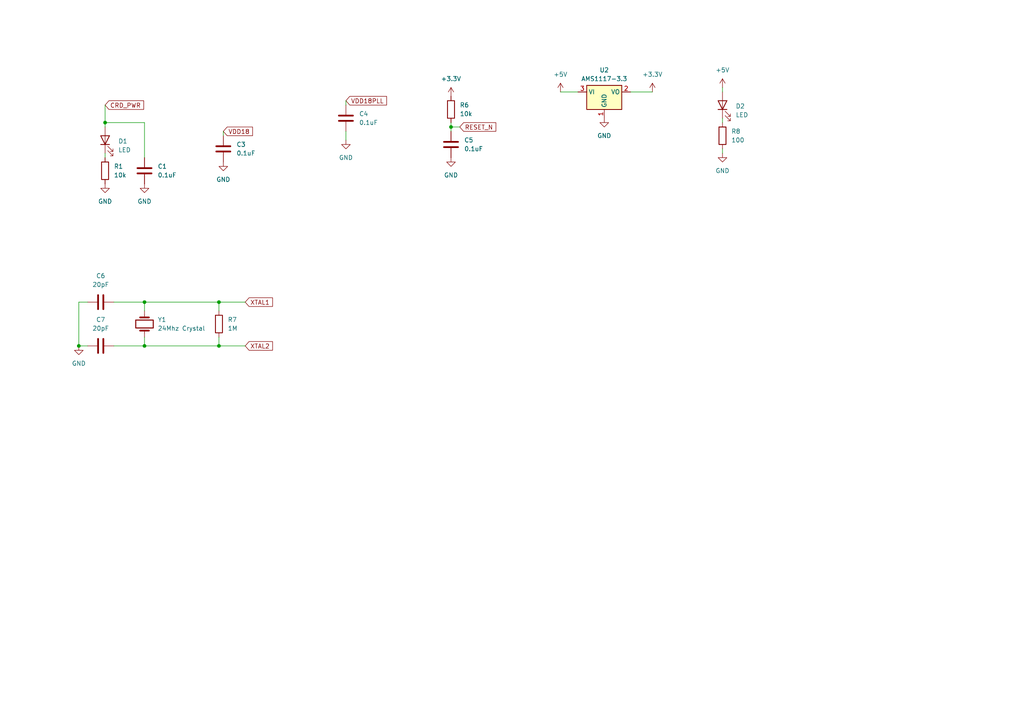
<source format=kicad_sch>
(kicad_sch (version 20230121) (generator eeschema)

  (uuid 986c1165-7d62-41df-98e3-accb3c4e4c5e)

  (paper "A4")

  (lib_symbols
    (symbol "Device:C" (pin_numbers hide) (pin_names (offset 0.254)) (in_bom yes) (on_board yes)
      (property "Reference" "C" (at 0.635 2.54 0)
        (effects (font (size 1.27 1.27)) (justify left))
      )
      (property "Value" "C" (at 0.635 -2.54 0)
        (effects (font (size 1.27 1.27)) (justify left))
      )
      (property "Footprint" "" (at 0.9652 -3.81 0)
        (effects (font (size 1.27 1.27)) hide)
      )
      (property "Datasheet" "~" (at 0 0 0)
        (effects (font (size 1.27 1.27)) hide)
      )
      (property "ki_keywords" "cap capacitor" (at 0 0 0)
        (effects (font (size 1.27 1.27)) hide)
      )
      (property "ki_description" "Unpolarized capacitor" (at 0 0 0)
        (effects (font (size 1.27 1.27)) hide)
      )
      (property "ki_fp_filters" "C_*" (at 0 0 0)
        (effects (font (size 1.27 1.27)) hide)
      )
      (symbol "C_0_1"
        (polyline
          (pts
            (xy -2.032 -0.762)
            (xy 2.032 -0.762)
          )
          (stroke (width 0.508) (type default))
          (fill (type none))
        )
        (polyline
          (pts
            (xy -2.032 0.762)
            (xy 2.032 0.762)
          )
          (stroke (width 0.508) (type default))
          (fill (type none))
        )
      )
      (symbol "C_1_1"
        (pin passive line (at 0 3.81 270) (length 2.794)
          (name "~" (effects (font (size 1.27 1.27))))
          (number "1" (effects (font (size 1.27 1.27))))
        )
        (pin passive line (at 0 -3.81 90) (length 2.794)
          (name "~" (effects (font (size 1.27 1.27))))
          (number "2" (effects (font (size 1.27 1.27))))
        )
      )
    )
    (symbol "Device:Crystal" (pin_numbers hide) (pin_names (offset 1.016) hide) (in_bom yes) (on_board yes)
      (property "Reference" "Y" (at 0 3.81 0)
        (effects (font (size 1.27 1.27)))
      )
      (property "Value" "Crystal" (at 0 -3.81 0)
        (effects (font (size 1.27 1.27)))
      )
      (property "Footprint" "" (at 0 0 0)
        (effects (font (size 1.27 1.27)) hide)
      )
      (property "Datasheet" "~" (at 0 0 0)
        (effects (font (size 1.27 1.27)) hide)
      )
      (property "ki_keywords" "quartz ceramic resonator oscillator" (at 0 0 0)
        (effects (font (size 1.27 1.27)) hide)
      )
      (property "ki_description" "Two pin crystal" (at 0 0 0)
        (effects (font (size 1.27 1.27)) hide)
      )
      (property "ki_fp_filters" "Crystal*" (at 0 0 0)
        (effects (font (size 1.27 1.27)) hide)
      )
      (symbol "Crystal_0_1"
        (rectangle (start -1.143 2.54) (end 1.143 -2.54)
          (stroke (width 0.3048) (type default))
          (fill (type none))
        )
        (polyline
          (pts
            (xy -2.54 0)
            (xy -1.905 0)
          )
          (stroke (width 0) (type default))
          (fill (type none))
        )
        (polyline
          (pts
            (xy -1.905 -1.27)
            (xy -1.905 1.27)
          )
          (stroke (width 0.508) (type default))
          (fill (type none))
        )
        (polyline
          (pts
            (xy 1.905 -1.27)
            (xy 1.905 1.27)
          )
          (stroke (width 0.508) (type default))
          (fill (type none))
        )
        (polyline
          (pts
            (xy 2.54 0)
            (xy 1.905 0)
          )
          (stroke (width 0) (type default))
          (fill (type none))
        )
      )
      (symbol "Crystal_1_1"
        (pin passive line (at -3.81 0 0) (length 1.27)
          (name "1" (effects (font (size 1.27 1.27))))
          (number "1" (effects (font (size 1.27 1.27))))
        )
        (pin passive line (at 3.81 0 180) (length 1.27)
          (name "2" (effects (font (size 1.27 1.27))))
          (number "2" (effects (font (size 1.27 1.27))))
        )
      )
    )
    (symbol "Device:LED" (pin_numbers hide) (pin_names (offset 1.016) hide) (in_bom yes) (on_board yes)
      (property "Reference" "D" (at 0 2.54 0)
        (effects (font (size 1.27 1.27)))
      )
      (property "Value" "LED" (at 0 -2.54 0)
        (effects (font (size 1.27 1.27)))
      )
      (property "Footprint" "" (at 0 0 0)
        (effects (font (size 1.27 1.27)) hide)
      )
      (property "Datasheet" "~" (at 0 0 0)
        (effects (font (size 1.27 1.27)) hide)
      )
      (property "ki_keywords" "LED diode" (at 0 0 0)
        (effects (font (size 1.27 1.27)) hide)
      )
      (property "ki_description" "Light emitting diode" (at 0 0 0)
        (effects (font (size 1.27 1.27)) hide)
      )
      (property "ki_fp_filters" "LED* LED_SMD:* LED_THT:*" (at 0 0 0)
        (effects (font (size 1.27 1.27)) hide)
      )
      (symbol "LED_0_1"
        (polyline
          (pts
            (xy -1.27 -1.27)
            (xy -1.27 1.27)
          )
          (stroke (width 0.254) (type default))
          (fill (type none))
        )
        (polyline
          (pts
            (xy -1.27 0)
            (xy 1.27 0)
          )
          (stroke (width 0) (type default))
          (fill (type none))
        )
        (polyline
          (pts
            (xy 1.27 -1.27)
            (xy 1.27 1.27)
            (xy -1.27 0)
            (xy 1.27 -1.27)
          )
          (stroke (width 0.254) (type default))
          (fill (type none))
        )
        (polyline
          (pts
            (xy -3.048 -0.762)
            (xy -4.572 -2.286)
            (xy -3.81 -2.286)
            (xy -4.572 -2.286)
            (xy -4.572 -1.524)
          )
          (stroke (width 0) (type default))
          (fill (type none))
        )
        (polyline
          (pts
            (xy -1.778 -0.762)
            (xy -3.302 -2.286)
            (xy -2.54 -2.286)
            (xy -3.302 -2.286)
            (xy -3.302 -1.524)
          )
          (stroke (width 0) (type default))
          (fill (type none))
        )
      )
      (symbol "LED_1_1"
        (pin passive line (at -3.81 0 0) (length 2.54)
          (name "K" (effects (font (size 1.27 1.27))))
          (number "1" (effects (font (size 1.27 1.27))))
        )
        (pin passive line (at 3.81 0 180) (length 2.54)
          (name "A" (effects (font (size 1.27 1.27))))
          (number "2" (effects (font (size 1.27 1.27))))
        )
      )
    )
    (symbol "Device:R" (pin_numbers hide) (pin_names (offset 0)) (in_bom yes) (on_board yes)
      (property "Reference" "R" (at 2.032 0 90)
        (effects (font (size 1.27 1.27)))
      )
      (property "Value" "R" (at 0 0 90)
        (effects (font (size 1.27 1.27)))
      )
      (property "Footprint" "" (at -1.778 0 90)
        (effects (font (size 1.27 1.27)) hide)
      )
      (property "Datasheet" "~" (at 0 0 0)
        (effects (font (size 1.27 1.27)) hide)
      )
      (property "ki_keywords" "R res resistor" (at 0 0 0)
        (effects (font (size 1.27 1.27)) hide)
      )
      (property "ki_description" "Resistor" (at 0 0 0)
        (effects (font (size 1.27 1.27)) hide)
      )
      (property "ki_fp_filters" "R_*" (at 0 0 0)
        (effects (font (size 1.27 1.27)) hide)
      )
      (symbol "R_0_1"
        (rectangle (start -1.016 -2.54) (end 1.016 2.54)
          (stroke (width 0.254) (type default))
          (fill (type none))
        )
      )
      (symbol "R_1_1"
        (pin passive line (at 0 3.81 270) (length 1.27)
          (name "~" (effects (font (size 1.27 1.27))))
          (number "1" (effects (font (size 1.27 1.27))))
        )
        (pin passive line (at 0 -3.81 90) (length 1.27)
          (name "~" (effects (font (size 1.27 1.27))))
          (number "2" (effects (font (size 1.27 1.27))))
        )
      )
    )
    (symbol "Regulator_Linear:AMS1117-3.3" (in_bom yes) (on_board yes)
      (property "Reference" "U" (at -3.81 3.175 0)
        (effects (font (size 1.27 1.27)))
      )
      (property "Value" "AMS1117-3.3" (at 0 3.175 0)
        (effects (font (size 1.27 1.27)) (justify left))
      )
      (property "Footprint" "Package_TO_SOT_SMD:SOT-223-3_TabPin2" (at 0 5.08 0)
        (effects (font (size 1.27 1.27)) hide)
      )
      (property "Datasheet" "http://www.advanced-monolithic.com/pdf/ds1117.pdf" (at 2.54 -6.35 0)
        (effects (font (size 1.27 1.27)) hide)
      )
      (property "ki_keywords" "linear regulator ldo fixed positive" (at 0 0 0)
        (effects (font (size 1.27 1.27)) hide)
      )
      (property "ki_description" "1A Low Dropout regulator, positive, 3.3V fixed output, SOT-223" (at 0 0 0)
        (effects (font (size 1.27 1.27)) hide)
      )
      (property "ki_fp_filters" "SOT?223*TabPin2*" (at 0 0 0)
        (effects (font (size 1.27 1.27)) hide)
      )
      (symbol "AMS1117-3.3_0_1"
        (rectangle (start -5.08 -5.08) (end 5.08 1.905)
          (stroke (width 0.254) (type default))
          (fill (type background))
        )
      )
      (symbol "AMS1117-3.3_1_1"
        (pin power_in line (at 0 -7.62 90) (length 2.54)
          (name "GND" (effects (font (size 1.27 1.27))))
          (number "1" (effects (font (size 1.27 1.27))))
        )
        (pin power_out line (at 7.62 0 180) (length 2.54)
          (name "VO" (effects (font (size 1.27 1.27))))
          (number "2" (effects (font (size 1.27 1.27))))
        )
        (pin power_in line (at -7.62 0 0) (length 2.54)
          (name "VI" (effects (font (size 1.27 1.27))))
          (number "3" (effects (font (size 1.27 1.27))))
        )
      )
    )
    (symbol "power:+3.3V" (power) (pin_names (offset 0)) (in_bom yes) (on_board yes)
      (property "Reference" "#PWR" (at 0 -3.81 0)
        (effects (font (size 1.27 1.27)) hide)
      )
      (property "Value" "+3.3V" (at 0 3.556 0)
        (effects (font (size 1.27 1.27)))
      )
      (property "Footprint" "" (at 0 0 0)
        (effects (font (size 1.27 1.27)) hide)
      )
      (property "Datasheet" "" (at 0 0 0)
        (effects (font (size 1.27 1.27)) hide)
      )
      (property "ki_keywords" "global power" (at 0 0 0)
        (effects (font (size 1.27 1.27)) hide)
      )
      (property "ki_description" "Power symbol creates a global label with name \"+3.3V\"" (at 0 0 0)
        (effects (font (size 1.27 1.27)) hide)
      )
      (symbol "+3.3V_0_1"
        (polyline
          (pts
            (xy -0.762 1.27)
            (xy 0 2.54)
          )
          (stroke (width 0) (type default))
          (fill (type none))
        )
        (polyline
          (pts
            (xy 0 0)
            (xy 0 2.54)
          )
          (stroke (width 0) (type default))
          (fill (type none))
        )
        (polyline
          (pts
            (xy 0 2.54)
            (xy 0.762 1.27)
          )
          (stroke (width 0) (type default))
          (fill (type none))
        )
      )
      (symbol "+3.3V_1_1"
        (pin power_in line (at 0 0 90) (length 0) hide
          (name "+3.3V" (effects (font (size 1.27 1.27))))
          (number "1" (effects (font (size 1.27 1.27))))
        )
      )
    )
    (symbol "power:+5V" (power) (pin_names (offset 0)) (in_bom yes) (on_board yes)
      (property "Reference" "#PWR" (at 0 -3.81 0)
        (effects (font (size 1.27 1.27)) hide)
      )
      (property "Value" "+5V" (at 0 3.556 0)
        (effects (font (size 1.27 1.27)))
      )
      (property "Footprint" "" (at 0 0 0)
        (effects (font (size 1.27 1.27)) hide)
      )
      (property "Datasheet" "" (at 0 0 0)
        (effects (font (size 1.27 1.27)) hide)
      )
      (property "ki_keywords" "global power" (at 0 0 0)
        (effects (font (size 1.27 1.27)) hide)
      )
      (property "ki_description" "Power symbol creates a global label with name \"+5V\"" (at 0 0 0)
        (effects (font (size 1.27 1.27)) hide)
      )
      (symbol "+5V_0_1"
        (polyline
          (pts
            (xy -0.762 1.27)
            (xy 0 2.54)
          )
          (stroke (width 0) (type default))
          (fill (type none))
        )
        (polyline
          (pts
            (xy 0 0)
            (xy 0 2.54)
          )
          (stroke (width 0) (type default))
          (fill (type none))
        )
        (polyline
          (pts
            (xy 0 2.54)
            (xy 0.762 1.27)
          )
          (stroke (width 0) (type default))
          (fill (type none))
        )
      )
      (symbol "+5V_1_1"
        (pin power_in line (at 0 0 90) (length 0) hide
          (name "+5V" (effects (font (size 1.27 1.27))))
          (number "1" (effects (font (size 1.27 1.27))))
        )
      )
    )
    (symbol "power:GND" (power) (pin_names (offset 0)) (in_bom yes) (on_board yes)
      (property "Reference" "#PWR" (at 0 -6.35 0)
        (effects (font (size 1.27 1.27)) hide)
      )
      (property "Value" "GND" (at 0 -3.81 0)
        (effects (font (size 1.27 1.27)))
      )
      (property "Footprint" "" (at 0 0 0)
        (effects (font (size 1.27 1.27)) hide)
      )
      (property "Datasheet" "" (at 0 0 0)
        (effects (font (size 1.27 1.27)) hide)
      )
      (property "ki_keywords" "global power" (at 0 0 0)
        (effects (font (size 1.27 1.27)) hide)
      )
      (property "ki_description" "Power symbol creates a global label with name \"GND\" , ground" (at 0 0 0)
        (effects (font (size 1.27 1.27)) hide)
      )
      (symbol "GND_0_1"
        (polyline
          (pts
            (xy 0 0)
            (xy 0 -1.27)
            (xy 1.27 -1.27)
            (xy 0 -2.54)
            (xy -1.27 -1.27)
            (xy 0 -1.27)
          )
          (stroke (width 0) (type default))
          (fill (type none))
        )
      )
      (symbol "GND_1_1"
        (pin power_in line (at 0 0 270) (length 0) hide
          (name "GND" (effects (font (size 1.27 1.27))))
          (number "1" (effects (font (size 1.27 1.27))))
        )
      )
    )
  )

  (junction (at 22.86 100.33) (diameter 0) (color 0 0 0 0)
    (uuid 09adb388-7e4e-421a-aebc-159917f0e8f6)
  )
  (junction (at 41.91 87.63) (diameter 0) (color 0 0 0 0)
    (uuid 46744346-9cc7-46c8-891d-bb148e197c2e)
  )
  (junction (at 130.81 36.83) (diameter 0) (color 0 0 0 0)
    (uuid 83243b32-6ed5-490c-a1c9-b04f2a998afb)
  )
  (junction (at 41.91 100.33) (diameter 0) (color 0 0 0 0)
    (uuid 8341ba84-cd7c-4aa1-be50-f01fa7ac56ee)
  )
  (junction (at 63.5 100.33) (diameter 0) (color 0 0 0 0)
    (uuid afb79079-a783-4a47-9c81-959621807938)
  )
  (junction (at 30.48 35.56) (diameter 0) (color 0 0 0 0)
    (uuid d4a077a2-173c-4e2e-a34f-3d1f1b2f5b7d)
  )
  (junction (at 63.5 87.63) (diameter 0) (color 0 0 0 0)
    (uuid e66046b8-0b76-4d66-b5c1-341084be0bad)
  )

  (wire (pts (xy 130.81 38.1) (xy 130.81 36.83))
    (stroke (width 0) (type default))
    (uuid 2720e3b5-b4bd-4e5c-bc71-41da40efd161)
  )
  (wire (pts (xy 63.5 87.63) (xy 71.12 87.63))
    (stroke (width 0) (type default))
    (uuid 2b4241a6-b39a-4e72-89de-50bffbaa3756)
  )
  (wire (pts (xy 100.33 29.21) (xy 100.33 30.48))
    (stroke (width 0) (type default))
    (uuid 3af1b98e-50d0-48a2-bc80-1a343c4b3ee3)
  )
  (wire (pts (xy 41.91 100.33) (xy 41.91 97.79))
    (stroke (width 0) (type default))
    (uuid 406dc0af-07a4-41e7-985a-a4098bfd322d)
  )
  (wire (pts (xy 63.5 100.33) (xy 63.5 97.79))
    (stroke (width 0) (type default))
    (uuid 45fa554c-247c-437b-8109-67d57621d506)
  )
  (wire (pts (xy 30.48 36.83) (xy 30.48 35.56))
    (stroke (width 0) (type default))
    (uuid 4cef8917-2a54-4b9c-95e7-fda1b71b3f54)
  )
  (wire (pts (xy 209.55 34.29) (xy 209.55 35.56))
    (stroke (width 0) (type default))
    (uuid 640de33d-d4bb-42ca-b18f-81d26fc7242c)
  )
  (wire (pts (xy 30.48 35.56) (xy 41.91 35.56))
    (stroke (width 0) (type default))
    (uuid 6e1416e8-bf48-4293-8b42-ccf2a79b8b4d)
  )
  (wire (pts (xy 63.5 90.17) (xy 63.5 87.63))
    (stroke (width 0) (type default))
    (uuid 754ed589-d1e1-468f-b984-24c67bfec120)
  )
  (wire (pts (xy 41.91 87.63) (xy 41.91 90.17))
    (stroke (width 0) (type default))
    (uuid 832a59a0-4848-4cc1-9d49-1adc3e08af58)
  )
  (wire (pts (xy 30.48 35.56) (xy 30.48 30.48))
    (stroke (width 0) (type default))
    (uuid 8d51d537-5ef9-48fd-b73b-370f48e0dcb3)
  )
  (wire (pts (xy 41.91 100.33) (xy 63.5 100.33))
    (stroke (width 0) (type default))
    (uuid 8eabeb69-8a48-4f1c-ab68-b4219d3b85ee)
  )
  (wire (pts (xy 209.55 25.4) (xy 209.55 26.67))
    (stroke (width 0) (type default))
    (uuid a025d214-a95a-4891-855d-34679d948979)
  )
  (wire (pts (xy 130.81 36.83) (xy 133.35 36.83))
    (stroke (width 0) (type default))
    (uuid a1dc4bcd-daf5-4498-920a-b7b78fbdea46)
  )
  (wire (pts (xy 64.77 38.1) (xy 64.77 39.37))
    (stroke (width 0) (type default))
    (uuid a452cf7f-72bf-41c9-8616-0210e8981929)
  )
  (wire (pts (xy 209.55 43.18) (xy 209.55 44.45))
    (stroke (width 0) (type default))
    (uuid a4bafdeb-e343-4286-83fa-03e0356a2a96)
  )
  (wire (pts (xy 22.86 87.63) (xy 22.86 100.33))
    (stroke (width 0) (type default))
    (uuid af2139a0-9c59-4469-81b9-9a7879b8ea54)
  )
  (wire (pts (xy 100.33 40.64) (xy 100.33 38.1))
    (stroke (width 0) (type default))
    (uuid b5000f2f-18db-433b-95f7-987ac1bc498f)
  )
  (wire (pts (xy 30.48 45.72) (xy 30.48 44.45))
    (stroke (width 0) (type default))
    (uuid c019d3f4-540f-4fab-b354-0c0463f698b0)
  )
  (wire (pts (xy 33.02 87.63) (xy 41.91 87.63))
    (stroke (width 0) (type default))
    (uuid d15caa79-7554-4b5d-9d56-251fb352d957)
  )
  (wire (pts (xy 25.4 87.63) (xy 22.86 87.63))
    (stroke (width 0) (type default))
    (uuid d3c3ffcc-e4d2-46bf-9351-0463af90295d)
  )
  (wire (pts (xy 130.81 35.56) (xy 130.81 36.83))
    (stroke (width 0) (type default))
    (uuid d79993ed-f867-45ce-b586-13c81d9baf56)
  )
  (wire (pts (xy 33.02 100.33) (xy 41.91 100.33))
    (stroke (width 0) (type default))
    (uuid d9b70ad1-969d-4aea-a397-073bf5e88be9)
  )
  (wire (pts (xy 63.5 100.33) (xy 71.12 100.33))
    (stroke (width 0) (type default))
    (uuid dcd990fa-2d10-4af4-b2b5-15aec4a2333f)
  )
  (wire (pts (xy 63.5 87.63) (xy 41.91 87.63))
    (stroke (width 0) (type default))
    (uuid dd1ce1a9-437d-40b6-a5dd-eddc1d951835)
  )
  (wire (pts (xy 162.56 26.67) (xy 167.64 26.67))
    (stroke (width 0) (type default))
    (uuid e1eebf11-39ac-4628-9892-b535da50910b)
  )
  (wire (pts (xy 41.91 45.72) (xy 41.91 35.56))
    (stroke (width 0) (type default))
    (uuid f21d7b51-d9e2-4da0-90a5-de2f98ff6169)
  )
  (wire (pts (xy 182.88 26.67) (xy 189.23 26.67))
    (stroke (width 0) (type default))
    (uuid f84600b6-b282-4f23-89e7-f6323e864fa6)
  )
  (wire (pts (xy 22.86 100.33) (xy 25.4 100.33))
    (stroke (width 0) (type default))
    (uuid fdb1d2e2-9c24-4d53-ac6a-68ed7c8d5951)
  )

  (global_label "XTAL2" (shape input) (at 71.12 100.33 0) (fields_autoplaced)
    (effects (font (size 1.27 1.27)) (justify left))
    (uuid 9cdcf6fe-9db4-4bb8-98d6-56fc8e85c551)
    (property "Intersheetrefs" "${INTERSHEET_REFS}" (at 79.5291 100.33 0)
      (effects (font (size 1.27 1.27)) (justify left) hide)
    )
  )
  (global_label "XTAL1" (shape input) (at 71.12 87.63 0) (fields_autoplaced)
    (effects (font (size 1.27 1.27)) (justify left))
    (uuid 9f171595-a724-4366-a500-4e9b3bc41e54)
    (property "Intersheetrefs" "${INTERSHEET_REFS}" (at 79.5291 87.63 0)
      (effects (font (size 1.27 1.27)) (justify left) hide)
    )
  )
  (global_label "CRD_PWR" (shape input) (at 30.48 30.48 0) (fields_autoplaced)
    (effects (font (size 1.27 1.27)) (justify left))
    (uuid adfbb27c-707b-40cd-8795-009231f0a12c)
    (property "Intersheetrefs" "${INTERSHEET_REFS}" (at 42.1548 30.48 0)
      (effects (font (size 1.27 1.27)) (justify left) hide)
    )
  )
  (global_label "VDD18" (shape input) (at 64.77 38.1 0) (fields_autoplaced)
    (effects (font (size 1.27 1.27)) (justify left))
    (uuid c0f9cc6e-5a27-403d-be5c-5a9056216aa3)
    (property "Intersheetrefs" "${INTERSHEET_REFS}" (at 73.7234 38.1 0)
      (effects (font (size 1.27 1.27)) (justify left) hide)
    )
  )
  (global_label "VDD18PLL" (shape input) (at 100.33 29.21 0) (fields_autoplaced)
    (effects (font (size 1.27 1.27)) (justify left))
    (uuid eb65c538-0f60-4c70-9c85-5b5dd2ab504e)
    (property "Intersheetrefs" "${INTERSHEET_REFS}" (at 112.6096 29.21 0)
      (effects (font (size 1.27 1.27)) (justify left) hide)
    )
  )
  (global_label "RESET_N" (shape input) (at 133.35 36.83 0) (fields_autoplaced)
    (effects (font (size 1.27 1.27)) (justify left))
    (uuid fa26bc19-b81b-4993-b0ce-02de0a951efe)
    (property "Intersheetrefs" "${INTERSHEET_REFS}" (at 144.299 36.83 0)
      (effects (font (size 1.27 1.27)) (justify left) hide)
    )
  )

  (symbol (lib_id "Device:LED") (at 30.48 40.64 90) (unit 1)
    (in_bom yes) (on_board yes) (dnp no) (fields_autoplaced)
    (uuid 09cccb22-4972-4238-9eda-a01dbc7657ea)
    (property "Reference" "D1" (at 34.29 40.9575 90)
      (effects (font (size 1.27 1.27)) (justify right))
    )
    (property "Value" "LED" (at 34.29 43.4975 90)
      (effects (font (size 1.27 1.27)) (justify right))
    )
    (property "Footprint" "LED_SMD:LED_PLCC_2835" (at 30.48 40.64 0)
      (effects (font (size 1.27 1.27)) hide)
    )
    (property "Datasheet" "https://item.taobao.com/item.htm?spm=a1z0d.6639537/tb.1997196601.221.32757484dNsya8&id=649507166158" (at 30.48 40.64 0)
      (effects (font (size 1.27 1.27)) hide)
    )
    (pin "1" (uuid de14fe62-c2d0-41e0-9672-4d0ce982a15f))
    (pin "2" (uuid 4cd1040e-f5f2-4c19-abf3-e9b11e4ef5e5))
    (instances
      (project "Business Card"
        (path "/2790ad46-3bfb-4eb9-b86e-d7b0f064db3a"
          (reference "D1") (unit 1)
        )
        (path "/2790ad46-3bfb-4eb9-b86e-d7b0f064db3a/5cd53e46-89b0-477c-923f-2fab642c6efd"
          (reference "D1") (unit 1)
        )
      )
    )
  )

  (symbol (lib_id "Device:R") (at 30.48 49.53 0) (unit 1)
    (in_bom yes) (on_board yes) (dnp no) (fields_autoplaced)
    (uuid 10629d27-5b64-4e0a-a4fa-81757e62e661)
    (property "Reference" "R1" (at 33.02 48.26 0)
      (effects (font (size 1.27 1.27)) (justify left))
    )
    (property "Value" "10k" (at 33.02 50.8 0)
      (effects (font (size 1.27 1.27)) (justify left))
    )
    (property "Footprint" "Resistor_SMD:R_0603_1608Metric" (at 28.702 49.53 90)
      (effects (font (size 1.27 1.27)) hide)
    )
    (property "Datasheet" "~" (at 30.48 49.53 0)
      (effects (font (size 1.27 1.27)) hide)
    )
    (pin "1" (uuid 6219d2af-06e7-479b-a237-578ebd11c8c3))
    (pin "2" (uuid 43ab1370-edf0-46a6-8bcd-f58c25fc9111))
    (instances
      (project "Business Card"
        (path "/2790ad46-3bfb-4eb9-b86e-d7b0f064db3a"
          (reference "R1") (unit 1)
        )
        (path "/2790ad46-3bfb-4eb9-b86e-d7b0f064db3a/5cd53e46-89b0-477c-923f-2fab642c6efd"
          (reference "R1") (unit 1)
        )
      )
    )
  )

  (symbol (lib_id "power:GND") (at 30.48 53.34 0) (unit 1)
    (in_bom yes) (on_board yes) (dnp no) (fields_autoplaced)
    (uuid 148cfd9b-5230-4aab-ba9b-d53fcc363324)
    (property "Reference" "#PWR02" (at 30.48 59.69 0)
      (effects (font (size 1.27 1.27)) hide)
    )
    (property "Value" "GND" (at 30.48 58.42 0)
      (effects (font (size 1.27 1.27)))
    )
    (property "Footprint" "" (at 30.48 53.34 0)
      (effects (font (size 1.27 1.27)) hide)
    )
    (property "Datasheet" "" (at 30.48 53.34 0)
      (effects (font (size 1.27 1.27)) hide)
    )
    (pin "1" (uuid 9f3637d7-68af-40c0-aa5b-e0583b52a3e5))
    (instances
      (project "Business Card"
        (path "/2790ad46-3bfb-4eb9-b86e-d7b0f064db3a"
          (reference "#PWR02") (unit 1)
        )
        (path "/2790ad46-3bfb-4eb9-b86e-d7b0f064db3a/5cd53e46-89b0-477c-923f-2fab642c6efd"
          (reference "#PWR02") (unit 1)
        )
      )
    )
  )

  (symbol (lib_id "power:GND") (at 209.55 44.45 0) (unit 1)
    (in_bom yes) (on_board yes) (dnp no) (fields_autoplaced)
    (uuid 1d54d36f-26b5-443b-9fe1-080fb41ad368)
    (property "Reference" "#PWR021" (at 209.55 50.8 0)
      (effects (font (size 1.27 1.27)) hide)
    )
    (property "Value" "GND" (at 209.55 49.53 0)
      (effects (font (size 1.27 1.27)))
    )
    (property "Footprint" "" (at 209.55 44.45 0)
      (effects (font (size 1.27 1.27)) hide)
    )
    (property "Datasheet" "" (at 209.55 44.45 0)
      (effects (font (size 1.27 1.27)) hide)
    )
    (pin "1" (uuid 9123678f-6b2f-4518-8d0c-a1313a49183b))
    (instances
      (project "Business Card"
        (path "/2790ad46-3bfb-4eb9-b86e-d7b0f064db3a/5cd53e46-89b0-477c-923f-2fab642c6efd"
          (reference "#PWR021") (unit 1)
        )
      )
    )
  )

  (symbol (lib_id "power:GND") (at 22.86 100.33 0) (unit 1)
    (in_bom yes) (on_board yes) (dnp no) (fields_autoplaced)
    (uuid 24f2e0f0-c671-4537-a454-fe65bf7f95a6)
    (property "Reference" "#PWR016" (at 22.86 106.68 0)
      (effects (font (size 1.27 1.27)) hide)
    )
    (property "Value" "GND" (at 22.86 105.41 0)
      (effects (font (size 1.27 1.27)))
    )
    (property "Footprint" "" (at 22.86 100.33 0)
      (effects (font (size 1.27 1.27)) hide)
    )
    (property "Datasheet" "" (at 22.86 100.33 0)
      (effects (font (size 1.27 1.27)) hide)
    )
    (pin "1" (uuid a4042ca0-81d5-4eeb-a38e-385955ff5c05))
    (instances
      (project "Business Card"
        (path "/2790ad46-3bfb-4eb9-b86e-d7b0f064db3a/5cd53e46-89b0-477c-923f-2fab642c6efd"
          (reference "#PWR016") (unit 1)
        )
      )
    )
  )

  (symbol (lib_id "Device:R") (at 209.55 39.37 0) (unit 1)
    (in_bom yes) (on_board yes) (dnp no) (fields_autoplaced)
    (uuid 28c8bbd5-b132-422a-8f1d-4404984e831b)
    (property "Reference" "R8" (at 212.09 38.1 0)
      (effects (font (size 1.27 1.27)) (justify left))
    )
    (property "Value" "100" (at 212.09 40.64 0)
      (effects (font (size 1.27 1.27)) (justify left))
    )
    (property "Footprint" "Resistor_SMD:R_0603_1608Metric" (at 207.772 39.37 90)
      (effects (font (size 1.27 1.27)) hide)
    )
    (property "Datasheet" "~" (at 209.55 39.37 0)
      (effects (font (size 1.27 1.27)) hide)
    )
    (pin "1" (uuid 4c66053f-3c32-4c0a-bb8a-86877d271d07))
    (pin "2" (uuid 89a6a783-792a-4e5c-8d6a-7f799555adee))
    (instances
      (project "Business Card"
        (path "/2790ad46-3bfb-4eb9-b86e-d7b0f064db3a/5cd53e46-89b0-477c-923f-2fab642c6efd"
          (reference "R8") (unit 1)
        )
      )
    )
  )

  (symbol (lib_id "Device:LED") (at 209.55 30.48 90) (unit 1)
    (in_bom yes) (on_board yes) (dnp no) (fields_autoplaced)
    (uuid 34ad0261-0db7-457b-92c0-3d9b4b595d3a)
    (property "Reference" "D2" (at 213.36 30.7975 90)
      (effects (font (size 1.27 1.27)) (justify right))
    )
    (property "Value" "LED" (at 213.36 33.3375 90)
      (effects (font (size 1.27 1.27)) (justify right))
    )
    (property "Footprint" "LED_SMD:LED_PLCC_2835" (at 209.55 30.48 0)
      (effects (font (size 1.27 1.27)) hide)
    )
    (property "Datasheet" "https://item.taobao.com/item.htm?spm=a1z0d.6639537/tb.1997196601.221.32757484dNsya8&id=649507166158" (at 209.55 30.48 0)
      (effects (font (size 1.27 1.27)) hide)
    )
    (pin "1" (uuid 7c67ce53-5b5f-4855-978c-c759d4a0cc9c))
    (pin "2" (uuid 739ea36e-a2bf-43f9-b8ed-3f0bc5f041f9))
    (instances
      (project "Business Card"
        (path "/2790ad46-3bfb-4eb9-b86e-d7b0f064db3a/5cd53e46-89b0-477c-923f-2fab642c6efd"
          (reference "D2") (unit 1)
        )
      )
    )
  )

  (symbol (lib_id "power:+5V") (at 162.56 26.67 0) (unit 1)
    (in_bom yes) (on_board yes) (dnp no) (fields_autoplaced)
    (uuid 364ca6f9-99d4-4f46-9dcc-cc2314e0a8d4)
    (property "Reference" "#PWR017" (at 162.56 30.48 0)
      (effects (font (size 1.27 1.27)) hide)
    )
    (property "Value" "+5V" (at 162.56 21.59 0)
      (effects (font (size 1.27 1.27)))
    )
    (property "Footprint" "" (at 162.56 26.67 0)
      (effects (font (size 1.27 1.27)) hide)
    )
    (property "Datasheet" "" (at 162.56 26.67 0)
      (effects (font (size 1.27 1.27)) hide)
    )
    (pin "1" (uuid 2eb4c31e-9ad7-435a-aa7c-ec75585c629b))
    (instances
      (project "Business Card"
        (path "/2790ad46-3bfb-4eb9-b86e-d7b0f064db3a/5cd53e46-89b0-477c-923f-2fab642c6efd"
          (reference "#PWR017") (unit 1)
        )
      )
    )
  )

  (symbol (lib_id "Device:C") (at 29.21 87.63 90) (unit 1)
    (in_bom yes) (on_board yes) (dnp no) (fields_autoplaced)
    (uuid 3e72a7e8-9078-4752-bb7f-ea390ca3ec38)
    (property "Reference" "C6" (at 29.21 80.01 90)
      (effects (font (size 1.27 1.27)))
    )
    (property "Value" "20pF" (at 29.21 82.55 90)
      (effects (font (size 1.27 1.27)))
    )
    (property "Footprint" "Capacitor_SMD:C_0603_1608Metric" (at 33.02 86.6648 0)
      (effects (font (size 1.27 1.27)) hide)
    )
    (property "Datasheet" "~" (at 29.21 87.63 0)
      (effects (font (size 1.27 1.27)) hide)
    )
    (pin "1" (uuid 8ae4f949-4b12-4ea7-8cf4-a6d7d32deed4))
    (pin "2" (uuid 1f4a67b2-58c1-4e83-ade4-20e810567325))
    (instances
      (project "Business Card"
        (path "/2790ad46-3bfb-4eb9-b86e-d7b0f064db3a/5cd53e46-89b0-477c-923f-2fab642c6efd"
          (reference "C6") (unit 1)
        )
      )
    )
  )

  (symbol (lib_id "power:GND") (at 41.91 53.34 0) (unit 1)
    (in_bom yes) (on_board yes) (dnp no) (fields_autoplaced)
    (uuid 553d29cf-1ccc-423c-a0e4-66418c4f2d51)
    (property "Reference" "#PWR03" (at 41.91 59.69 0)
      (effects (font (size 1.27 1.27)) hide)
    )
    (property "Value" "GND" (at 41.91 58.42 0)
      (effects (font (size 1.27 1.27)))
    )
    (property "Footprint" "" (at 41.91 53.34 0)
      (effects (font (size 1.27 1.27)) hide)
    )
    (property "Datasheet" "" (at 41.91 53.34 0)
      (effects (font (size 1.27 1.27)) hide)
    )
    (pin "1" (uuid 83593ec1-8aac-48fe-a7e7-7153ed0bc0eb))
    (instances
      (project "Business Card"
        (path "/2790ad46-3bfb-4eb9-b86e-d7b0f064db3a"
          (reference "#PWR03") (unit 1)
        )
        (path "/2790ad46-3bfb-4eb9-b86e-d7b0f064db3a/5cd53e46-89b0-477c-923f-2fab642c6efd"
          (reference "#PWR03") (unit 1)
        )
      )
    )
  )

  (symbol (lib_id "power:+3.3V") (at 189.23 26.67 0) (unit 1)
    (in_bom yes) (on_board yes) (dnp no) (fields_autoplaced)
    (uuid 5cf2556b-7abb-41af-a041-823632dfd42d)
    (property "Reference" "#PWR018" (at 189.23 30.48 0)
      (effects (font (size 1.27 1.27)) hide)
    )
    (property "Value" "+3.3V" (at 189.23 21.59 0)
      (effects (font (size 1.27 1.27)))
    )
    (property "Footprint" "" (at 189.23 26.67 0)
      (effects (font (size 1.27 1.27)) hide)
    )
    (property "Datasheet" "" (at 189.23 26.67 0)
      (effects (font (size 1.27 1.27)) hide)
    )
    (pin "1" (uuid 467c72b5-fdc3-4039-b0f6-3efacda17e3c))
    (instances
      (project "Business Card"
        (path "/2790ad46-3bfb-4eb9-b86e-d7b0f064db3a/5cd53e46-89b0-477c-923f-2fab642c6efd"
          (reference "#PWR018") (unit 1)
        )
      )
    )
  )

  (symbol (lib_id "Device:C") (at 100.33 34.29 0) (unit 1)
    (in_bom yes) (on_board yes) (dnp no) (fields_autoplaced)
    (uuid 94e0f86a-a4a0-46c0-8139-f8d4ebea9da2)
    (property "Reference" "C4" (at 104.14 33.02 0)
      (effects (font (size 1.27 1.27)) (justify left))
    )
    (property "Value" "0.1uF" (at 104.14 35.56 0)
      (effects (font (size 1.27 1.27)) (justify left))
    )
    (property "Footprint" "Capacitor_SMD:C_0603_1608Metric" (at 101.2952 38.1 0)
      (effects (font (size 1.27 1.27)) hide)
    )
    (property "Datasheet" "~" (at 100.33 34.29 0)
      (effects (font (size 1.27 1.27)) hide)
    )
    (pin "1" (uuid dab5b92d-bcda-4709-b907-a199b59e6689))
    (pin "2" (uuid 6d4ac30a-d716-4b53-a922-d8c0c00fbde6))
    (instances
      (project "Business Card"
        (path "/2790ad46-3bfb-4eb9-b86e-d7b0f064db3a/5cd53e46-89b0-477c-923f-2fab642c6efd"
          (reference "C4") (unit 1)
        )
      )
    )
  )

  (symbol (lib_id "Regulator_Linear:AMS1117-3.3") (at 175.26 26.67 0) (unit 1)
    (in_bom yes) (on_board yes) (dnp no) (fields_autoplaced)
    (uuid 9a7b75d0-c6e2-41aa-a5ba-757f9e0a44ad)
    (property "Reference" "U2" (at 175.26 20.32 0)
      (effects (font (size 1.27 1.27)))
    )
    (property "Value" "AMS1117-3.3" (at 175.26 22.86 0)
      (effects (font (size 1.27 1.27)))
    )
    (property "Footprint" "Package_TO_SOT_SMD:SOT-223-3_TabPin2" (at 175.26 21.59 0)
      (effects (font (size 1.27 1.27)) hide)
    )
    (property "Datasheet" "http://www.advanced-monolithic.com/pdf/ds1117.pdf" (at 177.8 33.02 0)
      (effects (font (size 1.27 1.27)) hide)
    )
    (pin "1" (uuid bcc0fb5e-690c-478a-852d-48b7dc1e7020))
    (pin "2" (uuid 069e1500-f81b-4aa9-9458-dcf0f8367028))
    (pin "3" (uuid 5695e8e5-3939-434e-97ce-412171bdd13f))
    (instances
      (project "Business Card"
        (path "/2790ad46-3bfb-4eb9-b86e-d7b0f064db3a/5cd53e46-89b0-477c-923f-2fab642c6efd"
          (reference "U2") (unit 1)
        )
      )
    )
  )

  (symbol (lib_id "Device:C") (at 41.91 49.53 0) (unit 1)
    (in_bom yes) (on_board yes) (dnp no) (fields_autoplaced)
    (uuid 9b4e07ec-64ff-489c-8d9c-0d4a67f75407)
    (property "Reference" "C1" (at 45.72 48.26 0)
      (effects (font (size 1.27 1.27)) (justify left))
    )
    (property "Value" "0.1uF" (at 45.72 50.8 0)
      (effects (font (size 1.27 1.27)) (justify left))
    )
    (property "Footprint" "Capacitor_SMD:C_0603_1608Metric" (at 42.8752 53.34 0)
      (effects (font (size 1.27 1.27)) hide)
    )
    (property "Datasheet" "~" (at 41.91 49.53 0)
      (effects (font (size 1.27 1.27)) hide)
    )
    (pin "1" (uuid e89f204a-9026-4d4b-8da8-52e7844b9515))
    (pin "2" (uuid 52637a57-8413-4b6a-9dcb-7b81d56fdcc4))
    (instances
      (project "Business Card"
        (path "/2790ad46-3bfb-4eb9-b86e-d7b0f064db3a"
          (reference "C1") (unit 1)
        )
        (path "/2790ad46-3bfb-4eb9-b86e-d7b0f064db3a/5cd53e46-89b0-477c-923f-2fab642c6efd"
          (reference "C1") (unit 1)
        )
      )
    )
  )

  (symbol (lib_id "power:GND") (at 100.33 40.64 0) (unit 1)
    (in_bom yes) (on_board yes) (dnp no) (fields_autoplaced)
    (uuid ab10139d-00ed-4adf-87eb-66201ed1ed03)
    (property "Reference" "#PWR03" (at 100.33 46.99 0)
      (effects (font (size 1.27 1.27)) hide)
    )
    (property "Value" "GND" (at 100.33 45.72 0)
      (effects (font (size 1.27 1.27)))
    )
    (property "Footprint" "" (at 100.33 40.64 0)
      (effects (font (size 1.27 1.27)) hide)
    )
    (property "Datasheet" "" (at 100.33 40.64 0)
      (effects (font (size 1.27 1.27)) hide)
    )
    (pin "1" (uuid 26886ce1-9cb3-4851-9afc-422bd812b5ec))
    (instances
      (project "Business Card"
        (path "/2790ad46-3bfb-4eb9-b86e-d7b0f064db3a"
          (reference "#PWR03") (unit 1)
        )
        (path "/2790ad46-3bfb-4eb9-b86e-d7b0f064db3a/5cd53e46-89b0-477c-923f-2fab642c6efd"
          (reference "#PWR013") (unit 1)
        )
      )
    )
  )

  (symbol (lib_id "Device:R") (at 130.81 31.75 0) (unit 1)
    (in_bom yes) (on_board yes) (dnp no) (fields_autoplaced)
    (uuid bbec01b8-0a8d-4e12-9085-eb04cf0fc99e)
    (property "Reference" "R6" (at 133.35 30.48 0)
      (effects (font (size 1.27 1.27)) (justify left))
    )
    (property "Value" "10k" (at 133.35 33.02 0)
      (effects (font (size 1.27 1.27)) (justify left))
    )
    (property "Footprint" "Resistor_SMD:R_0603_1608Metric" (at 129.032 31.75 90)
      (effects (font (size 1.27 1.27)) hide)
    )
    (property "Datasheet" "~" (at 130.81 31.75 0)
      (effects (font (size 1.27 1.27)) hide)
    )
    (pin "1" (uuid 43411f12-80bd-4210-b992-42898074cc6d))
    (pin "2" (uuid f4815026-914f-4ffa-8be2-b771565acce9))
    (instances
      (project "Business Card"
        (path "/2790ad46-3bfb-4eb9-b86e-d7b0f064db3a/5cd53e46-89b0-477c-923f-2fab642c6efd"
          (reference "R6") (unit 1)
        )
      )
    )
  )

  (symbol (lib_id "power:GND") (at 64.77 46.99 0) (unit 1)
    (in_bom yes) (on_board yes) (dnp no) (fields_autoplaced)
    (uuid d06636a6-4512-405e-b5e0-ceefc23b7fc8)
    (property "Reference" "#PWR012" (at 64.77 53.34 0)
      (effects (font (size 1.27 1.27)) hide)
    )
    (property "Value" "GND" (at 64.77 52.07 0)
      (effects (font (size 1.27 1.27)))
    )
    (property "Footprint" "" (at 64.77 46.99 0)
      (effects (font (size 1.27 1.27)) hide)
    )
    (property "Datasheet" "" (at 64.77 46.99 0)
      (effects (font (size 1.27 1.27)) hide)
    )
    (pin "1" (uuid c533e7ca-f29a-483a-9831-d5015909d374))
    (instances
      (project "Business Card"
        (path "/2790ad46-3bfb-4eb9-b86e-d7b0f064db3a/5cd53e46-89b0-477c-923f-2fab642c6efd"
          (reference "#PWR012") (unit 1)
        )
      )
    )
  )

  (symbol (lib_id "power:+5V") (at 209.55 25.4 0) (unit 1)
    (in_bom yes) (on_board yes) (dnp no) (fields_autoplaced)
    (uuid d0928b89-e38c-4e38-a868-946e6b76f37a)
    (property "Reference" "#PWR020" (at 209.55 29.21 0)
      (effects (font (size 1.27 1.27)) hide)
    )
    (property "Value" "+5V" (at 209.55 20.32 0)
      (effects (font (size 1.27 1.27)))
    )
    (property "Footprint" "" (at 209.55 25.4 0)
      (effects (font (size 1.27 1.27)) hide)
    )
    (property "Datasheet" "" (at 209.55 25.4 0)
      (effects (font (size 1.27 1.27)) hide)
    )
    (pin "1" (uuid e48712ff-b61b-4951-83ee-a95b1de91855))
    (instances
      (project "Business Card"
        (path "/2790ad46-3bfb-4eb9-b86e-d7b0f064db3a/5cd53e46-89b0-477c-923f-2fab642c6efd"
          (reference "#PWR020") (unit 1)
        )
      )
    )
  )

  (symbol (lib_id "Device:C") (at 130.81 41.91 0) (unit 1)
    (in_bom yes) (on_board yes) (dnp no) (fields_autoplaced)
    (uuid d3cea259-ecf4-42f5-a4a2-4a65d4e1987e)
    (property "Reference" "C5" (at 134.62 40.64 0)
      (effects (font (size 1.27 1.27)) (justify left))
    )
    (property "Value" "0.1uF" (at 134.62 43.18 0)
      (effects (font (size 1.27 1.27)) (justify left))
    )
    (property "Footprint" "Capacitor_SMD:C_0603_1608Metric" (at 131.7752 45.72 0)
      (effects (font (size 1.27 1.27)) hide)
    )
    (property "Datasheet" "~" (at 130.81 41.91 0)
      (effects (font (size 1.27 1.27)) hide)
    )
    (pin "1" (uuid 8ad1430b-6fc4-4ede-9aee-0cc86529a0c4))
    (pin "2" (uuid c4376414-6e06-48fa-87ef-91173c3f5e75))
    (instances
      (project "Business Card"
        (path "/2790ad46-3bfb-4eb9-b86e-d7b0f064db3a/5cd53e46-89b0-477c-923f-2fab642c6efd"
          (reference "C5") (unit 1)
        )
      )
    )
  )

  (symbol (lib_id "power:GND") (at 175.26 34.29 0) (unit 1)
    (in_bom yes) (on_board yes) (dnp no) (fields_autoplaced)
    (uuid d41baa1e-452b-4bd6-b118-f1e6b5313582)
    (property "Reference" "#PWR019" (at 175.26 40.64 0)
      (effects (font (size 1.27 1.27)) hide)
    )
    (property "Value" "GND" (at 175.26 39.37 0)
      (effects (font (size 1.27 1.27)))
    )
    (property "Footprint" "" (at 175.26 34.29 0)
      (effects (font (size 1.27 1.27)) hide)
    )
    (property "Datasheet" "" (at 175.26 34.29 0)
      (effects (font (size 1.27 1.27)) hide)
    )
    (pin "1" (uuid 5ebdb6f1-a183-4862-bbec-2a99e6d406af))
    (instances
      (project "Business Card"
        (path "/2790ad46-3bfb-4eb9-b86e-d7b0f064db3a/5cd53e46-89b0-477c-923f-2fab642c6efd"
          (reference "#PWR019") (unit 1)
        )
      )
    )
  )

  (symbol (lib_id "power:GND") (at 130.81 45.72 0) (unit 1)
    (in_bom yes) (on_board yes) (dnp no) (fields_autoplaced)
    (uuid db87a0e9-b6df-45d9-9446-a6506fff2454)
    (property "Reference" "#PWR015" (at 130.81 52.07 0)
      (effects (font (size 1.27 1.27)) hide)
    )
    (property "Value" "GND" (at 130.81 50.8 0)
      (effects (font (size 1.27 1.27)))
    )
    (property "Footprint" "" (at 130.81 45.72 0)
      (effects (font (size 1.27 1.27)) hide)
    )
    (property "Datasheet" "" (at 130.81 45.72 0)
      (effects (font (size 1.27 1.27)) hide)
    )
    (pin "1" (uuid 339bf17e-df0f-4758-8df8-3e823d3fa8aa))
    (instances
      (project "Business Card"
        (path "/2790ad46-3bfb-4eb9-b86e-d7b0f064db3a/5cd53e46-89b0-477c-923f-2fab642c6efd"
          (reference "#PWR015") (unit 1)
        )
      )
    )
  )

  (symbol (lib_id "Device:Crystal") (at 41.91 93.98 90) (unit 1)
    (in_bom yes) (on_board yes) (dnp no) (fields_autoplaced)
    (uuid de8221b8-af09-4d9c-8721-80738f426846)
    (property "Reference" "Y1" (at 45.72 92.71 90)
      (effects (font (size 1.27 1.27)) (justify right))
    )
    (property "Value" "24Mhz Crystal" (at 45.72 95.25 90)
      (effects (font (size 1.27 1.27)) (justify right))
    )
    (property "Footprint" "Crystal:Crystal_SMD_3225-4Pin_3.2x2.5mm" (at 41.91 93.98 0)
      (effects (font (size 1.27 1.27)) hide)
    )
    (property "Datasheet" "https://detail.tmall.com/item.htm?id=607915562609&spm=a1z0d.6639537/tb.1997196601.73.6cf77484wH5Cau" (at 41.91 93.98 0)
      (effects (font (size 1.27 1.27)) hide)
    )
    (pin "1" (uuid 9369df43-933f-40c9-b59c-40efe610ceb0))
    (pin "2" (uuid 45ea4ceb-a9d6-4e69-9ef9-ecb6168a3fee))
    (instances
      (project "Business Card"
        (path "/2790ad46-3bfb-4eb9-b86e-d7b0f064db3a/5cd53e46-89b0-477c-923f-2fab642c6efd"
          (reference "Y1") (unit 1)
        )
      )
    )
  )

  (symbol (lib_id "power:+3.3V") (at 130.81 27.94 0) (unit 1)
    (in_bom yes) (on_board yes) (dnp no) (fields_autoplaced)
    (uuid f30da84a-d1f1-48cb-a707-9d8cc96c94d7)
    (property "Reference" "#PWR014" (at 130.81 31.75 0)
      (effects (font (size 1.27 1.27)) hide)
    )
    (property "Value" "+3.3V" (at 130.81 22.86 0)
      (effects (font (size 1.27 1.27)))
    )
    (property "Footprint" "" (at 130.81 27.94 0)
      (effects (font (size 1.27 1.27)) hide)
    )
    (property "Datasheet" "" (at 130.81 27.94 0)
      (effects (font (size 1.27 1.27)) hide)
    )
    (pin "1" (uuid 3a7f05a5-25b5-4f8e-8705-86d4564d9d4a))
    (instances
      (project "Business Card"
        (path "/2790ad46-3bfb-4eb9-b86e-d7b0f064db3a/5cd53e46-89b0-477c-923f-2fab642c6efd"
          (reference "#PWR014") (unit 1)
        )
      )
    )
  )

  (symbol (lib_id "Device:R") (at 63.5 93.98 0) (unit 1)
    (in_bom yes) (on_board yes) (dnp no) (fields_autoplaced)
    (uuid f76952df-1e09-4075-a256-66a0ca9237f5)
    (property "Reference" "R7" (at 66.04 92.71 0)
      (effects (font (size 1.27 1.27)) (justify left))
    )
    (property "Value" "1M" (at 66.04 95.25 0)
      (effects (font (size 1.27 1.27)) (justify left))
    )
    (property "Footprint" "Resistor_SMD:R_0603_1608Metric" (at 61.722 93.98 90)
      (effects (font (size 1.27 1.27)) hide)
    )
    (property "Datasheet" "~" (at 63.5 93.98 0)
      (effects (font (size 1.27 1.27)) hide)
    )
    (pin "1" (uuid 8e5c68c0-71ad-4ee8-87a6-db173f2cad85))
    (pin "2" (uuid 5d8f3f4d-f8f2-4e0e-9d73-194b3d7d8190))
    (instances
      (project "Business Card"
        (path "/2790ad46-3bfb-4eb9-b86e-d7b0f064db3a/5cd53e46-89b0-477c-923f-2fab642c6efd"
          (reference "R7") (unit 1)
        )
      )
    )
  )

  (symbol (lib_id "Device:C") (at 29.21 100.33 90) (unit 1)
    (in_bom yes) (on_board yes) (dnp no) (fields_autoplaced)
    (uuid fe8fe90e-99c1-46fb-9c49-390667f580ab)
    (property "Reference" "C7" (at 29.21 92.71 90)
      (effects (font (size 1.27 1.27)))
    )
    (property "Value" "20pF" (at 29.21 95.25 90)
      (effects (font (size 1.27 1.27)))
    )
    (property "Footprint" "Capacitor_SMD:C_0603_1608Metric" (at 33.02 99.3648 0)
      (effects (font (size 1.27 1.27)) hide)
    )
    (property "Datasheet" "~" (at 29.21 100.33 0)
      (effects (font (size 1.27 1.27)) hide)
    )
    (pin "1" (uuid b55a5b49-5630-4836-a9b6-ade4bfca29d3))
    (pin "2" (uuid e93221bb-0955-417c-864f-3883c5345a65))
    (instances
      (project "Business Card"
        (path "/2790ad46-3bfb-4eb9-b86e-d7b0f064db3a/5cd53e46-89b0-477c-923f-2fab642c6efd"
          (reference "C7") (unit 1)
        )
      )
    )
  )

  (symbol (lib_id "Device:C") (at 64.77 43.18 0) (unit 1)
    (in_bom yes) (on_board yes) (dnp no) (fields_autoplaced)
    (uuid ff756cde-ee61-438a-8e92-8ec351cebe14)
    (property "Reference" "C3" (at 68.58 41.91 0)
      (effects (font (size 1.27 1.27)) (justify left))
    )
    (property "Value" "0.1uF" (at 68.58 44.45 0)
      (effects (font (size 1.27 1.27)) (justify left))
    )
    (property "Footprint" "Capacitor_SMD:C_0603_1608Metric" (at 65.7352 46.99 0)
      (effects (font (size 1.27 1.27)) hide)
    )
    (property "Datasheet" "~" (at 64.77 43.18 0)
      (effects (font (size 1.27 1.27)) hide)
    )
    (pin "1" (uuid a51008f9-be9f-4ac7-bcc1-888735d9f864))
    (pin "2" (uuid 79d06576-2f87-431e-99a8-6151e46dc662))
    (instances
      (project "Business Card"
        (path "/2790ad46-3bfb-4eb9-b86e-d7b0f064db3a/5cd53e46-89b0-477c-923f-2fab642c6efd"
          (reference "C3") (unit 1)
        )
      )
    )
  )
)

</source>
